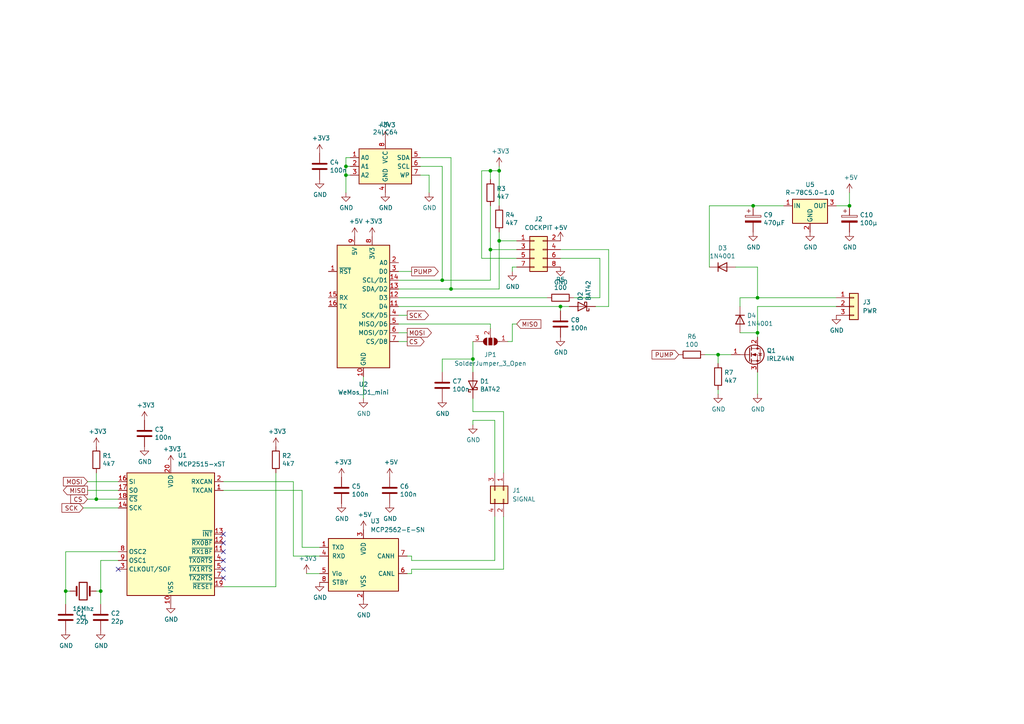
<source format=kicad_sch>
(kicad_sch (version 20211123) (generator eeschema)
  (paper "A4")
  (lib_symbols
    (symbol "Connector_Generic:Conn_01x03" (pin_names (offset 1.016) hide)
      (property "Reference" "J" (at 0 5.08 0))
      (property "Value" "Conn_01x03" (at 0 -5.08 0))
      (symbol "Conn_01x03_1_1"
        (rectangle (start -1.27 -2.413) (end 0 -2.667) (stroke (width 0.1524)))
        (rectangle (start -1.27 0.127) (end 0 -0.127) (stroke (width 0.1524)))
        (rectangle (start -1.27 2.667) (end 0 2.413) (stroke (width 0.1524)))
        (rectangle (start -1.27 3.81) (end 1.27 -3.81) (stroke (width 0.254)) (fill (type background)))
        (pin passive line (at -5.08 2.54 0) (length 3.81) (name "Pin_1") (number "1"))
        (pin passive line (at -5.08 0 0) (length 3.81) (name "Pin_2") (number "2"))
        (pin passive line (at -5.08 -2.54 0) (length 3.81) (name "Pin_3") (number "3"))
      )
    )
    (symbol "Connector_Generic:Conn_02x02_Odd_Even" (pin_names (offset 1.016) hide)
      (property "Reference" "J" (at 1.27 2.54 0))
      (property "Value" "Conn_02x02_Odd_Even" (at 1.27 -5.08 0))
      (symbol "Conn_02x02_Odd_Even_1_1"
        (rectangle (start -1.27 -2.413) (end 0 -2.667) (stroke (width 0.1524)))
        (rectangle (start -1.27 0.127) (end 0 -0.127) (stroke (width 0.1524)))
        (rectangle (start -1.27 1.27) (end 3.81 -3.81) (stroke (width 0.254)) (fill (type background)))
        (rectangle (start 3.81 -2.413) (end 2.54 -2.667) (stroke (width 0.1524)))
        (rectangle (start 3.81 0.127) (end 2.54 -0.127) (stroke (width 0.1524)))
        (pin passive line (at -5.08 0 0) (length 3.81) (name "Pin_1") (number "1"))
        (pin passive line (at 7.62 0 180) (length 3.81) (name "Pin_2") (number "2"))
        (pin passive line (at -5.08 -2.54 0) (length 3.81) (name "Pin_3") (number "3"))
        (pin passive line (at 7.62 -2.54 180) (length 3.81) (name "Pin_4") (number "4"))
      )
    )
    (symbol "Connector_Generic:Conn_02x04_Odd_Even" (pin_names (offset 1.016) hide)
      (property "Reference" "J" (at 1.27 5.08 0))
      (property "Value" "Conn_02x04_Odd_Even" (at 1.27 -7.62 0))
      (symbol "Conn_02x04_Odd_Even_1_1"
        (rectangle (start -1.27 -4.953) (end 0 -5.207) (stroke (width 0.1524)))
        (rectangle (start -1.27 -2.413) (end 0 -2.667) (stroke (width 0.1524)))
        (rectangle (start -1.27 0.127) (end 0 -0.127) (stroke (width 0.1524)))
        (rectangle (start -1.27 2.667) (end 0 2.413) (stroke (width 0.1524)))
        (rectangle (start -1.27 3.81) (end 3.81 -6.35) (stroke (width 0.254)) (fill (type background)))
        (rectangle (start 3.81 -4.953) (end 2.54 -5.207) (stroke (width 0.1524)))
        (rectangle (start 3.81 -2.413) (end 2.54 -2.667) (stroke (width 0.1524)))
        (rectangle (start 3.81 0.127) (end 2.54 -0.127) (stroke (width 0.1524)))
        (rectangle (start 3.81 2.667) (end 2.54 2.413) (stroke (width 0.1524)))
        (pin passive line (at -5.08 2.54 0) (length 3.81) (name "Pin_1") (number "1"))
        (pin passive line (at 7.62 2.54 180) (length 3.81) (name "Pin_2") (number "2"))
        (pin passive line (at -5.08 0 0) (length 3.81) (name "Pin_3") (number "3"))
        (pin passive line (at 7.62 0 180) (length 3.81) (name "Pin_4") (number "4"))
        (pin passive line (at -5.08 -2.54 0) (length 3.81) (name "Pin_5") (number "5"))
        (pin passive line (at 7.62 -2.54 180) (length 3.81) (name "Pin_6") (number "6"))
        (pin passive line (at -5.08 -5.08 0) (length 3.81) (name "Pin_7") (number "7"))
        (pin passive line (at 7.62 -5.08 180) (length 3.81) (name "Pin_8") (number "8"))
      )
    )
    (symbol "Device:C" (pin_numbers hide) (pin_names (offset 0.254))
      (property "Reference" "C" (at 0.635 2.54 0))
      (property "Value" "C" (at 0.635 -2.54 0))
      (symbol "C_0_1"
        (polyline (pts (xy -2.032 -0.762) (xy 2.032 -0.762)) (stroke (width 0.508)))
        (polyline (pts (xy -2.032 0.762) (xy 2.032 0.762)) (stroke (width 0.508)))
      )
      (symbol "C_1_1"
        (pin passive line (at 0 3.81 270) (length 2.794) (name "~") (number "1"))
        (pin passive line (at 0 -3.81 90) (length 2.794) (name "~") (number "2"))
      )
    )
    (symbol "Device:CP" (pin_numbers hide) (pin_names (offset 0.254))
      (property "Reference" "C" (at 0.635 2.54 0))
      (property "Value" "Device_CP" (at 0.635 -2.54 0))
      (symbol "CP_0_1"
        (rectangle (start -2.286 0.508) (end 2.286 1.016))
        (polyline (pts (xy -1.778 2.286) (xy -0.762 2.286)))
        (polyline (pts (xy -1.27 2.794) (xy -1.27 1.778)))
        (rectangle (start 2.286 -0.508) (end -2.286 -1.016) (fill (type outline)))
      )
      (symbol "CP_1_1"
        (pin passive line (at 0 3.81 270) (length 2.794) (name "~") (number "1"))
        (pin passive line (at 0 -3.81 90) (length 2.794) (name "~") (number "2"))
      )
    )
    (symbol "Device:Crystal" (pin_numbers hide) (pin_names (offset 1.016) hide)
      (property "Reference" "Y1" (at 0 7.62 0))
      (property "Value" "16Mhz" (at 0 5.08 0))
      (symbol "Crystal_0_1"
        (rectangle (start -1.143 2.54) (end 1.143 -2.54) (stroke (width 0.3048)))
        (polyline (pts (xy -2.54 0) (xy -1.905 0)))
        (polyline (pts (xy -1.905 -1.27) (xy -1.905 1.27)) (stroke (width 0.508)))
        (polyline (pts (xy 1.905 -1.27) (xy 1.905 1.27)) (stroke (width 0.508)))
        (polyline (pts (xy 2.54 0) (xy 1.905 0)))
      )
      (symbol "Crystal_1_1"
        (pin passive line (at -3.81 0 0) (length 1.27) (name "1") (number "1"))
        (pin passive line (at 3.81 0 180) (length 1.27) (name "3") (number "3"))
      )
    )
    (symbol "Device:R" (pin_numbers hide) (pin_names (offset 0))
      (property "Reference" "R" (at 2.032 0 90))
      (property "Value" "R" (at 0 0 90))
      (symbol "R_0_1"
        (rectangle (start -1.016 -2.54) (end 1.016 2.54) (stroke (width 0.254)))
      )
      (symbol "R_1_1"
        (pin passive line (at 0 3.81 270) (length 1.27) (name "~") (number "1"))
        (pin passive line (at 0 -3.81 90) (length 1.27) (name "~") (number "2"))
      )
    )
    (symbol "Diode:1N4001" (pin_numbers hide) (pin_names (offset 1.016) hide)
      (property "Reference" "D" (at 0 2.54 0))
      (property "Value" "1N4001" (at 0 -2.54 0))
      (symbol "1N4001_0_1"
        (polyline (pts (xy -1.27 1.27) (xy -1.27 -1.27)) (stroke (width 0.254)))
        (polyline (pts (xy 1.27 0) (xy -1.27 0)))
        (polyline (pts (xy 1.27 1.27) (xy 1.27 -1.27) (xy -1.27 0) (xy 1.27 1.27)) (stroke (width 0.254)))
      )
      (symbol "1N4001_1_1"
        (pin passive line (at -3.81 0 0) (length 2.54) (name "K") (number "1"))
        (pin passive line (at 3.81 0 180) (length 2.54) (name "A") (number "2"))
      )
    )
    (symbol "Diode:BAT42" (pin_numbers hide) (pin_names (offset 1.016) hide)
      (property "Reference" "D" (at 0 2.54 0))
      (property "Value" "BAT42" (at 0 -2.54 0))
      (symbol "BAT42_0_1"
        (polyline (pts (xy 1.27 0) (xy -1.27 0)))
        (polyline (pts (xy 1.27 1.27) (xy 1.27 -1.27) (xy -1.27 0) (xy 1.27 1.27)) (stroke (width 0.254)))
        (polyline (pts (xy -1.905 0.635) (xy -1.905 1.27) (xy -1.27 1.27) (xy -1.27 -1.27) (xy -0.635 -1.27) (xy -0.635 -0.635)) (stroke (width 0.254)))
      )
      (symbol "BAT42_1_1"
        (pin passive line (at -3.81 0 0) (length 2.54) (name "K") (number "1"))
        (pin passive line (at 3.81 0 180) (length 2.54) (name "A") (number "2"))
      )
    )
    (symbol "Interface_CAN_LIN:MCP2515-xST"
      (property "Reference" "U" (at -10.16 19.685 0))
      (property "Value" "MCP2515-xST" (at 19.05 20.32 0))
      (symbol "MCP2515-xST_0_1"
        (rectangle (start -12.7 17.78) (end 12.7 -17.78) (stroke (width 0.254)) (fill (type background)))
      )
      (symbol "MCP2515-xST_1_1"
        (pin output line (at 15.24 12.7 180) (length 2.54) (name "TXCAN") (number "1"))
        (pin power_in line (at 0 -20.32 90) (length 2.54) (name "VSS") (number "10"))
        (pin output line (at 15.24 -5.08 180) (length 2.54) (name "~{RX1BF}") (number "11"))
        (pin output line (at 15.24 -2.54 180) (length 2.54) (name "~{RX0BF}") (number "12"))
        (pin output line (at 15.24 0 180) (length 2.54) (name "~{INT}") (number "13"))
        (pin input line (at -15.24 7.62 0) (length 2.54) (name "SCK") (number "14"))
        (pin no_connect line (at -12.7 -2.54 0) (length 2.54) hide (name "NC") (number "15"))
        (pin input line (at -15.24 15.24 0) (length 2.54) (name "SI") (number "16"))
        (pin output line (at -15.24 12.7 0) (length 2.54) (name "SO") (number "17"))
        (pin input line (at -15.24 10.16 0) (length 2.54) (name "~{CS}") (number "18"))
        (pin input line (at 15.24 -15.24 180) (length 2.54) (name "~{RESET}") (number "19"))
        (pin input line (at 15.24 15.24 180) (length 2.54) (name "RXCAN") (number "2"))
        (pin power_in line (at 0 20.32 270) (length 2.54) (name "VDD") (number "20"))
        (pin output line (at -15.24 -10.16 0) (length 2.54) (name "CLKOUT/SOF") (number "3"))
        (pin input line (at 15.24 -7.62 180) (length 2.54) (name "~{TX0RTS}") (number "4"))
        (pin input line (at 15.24 -10.16 180) (length 2.54) (name "~{TX1RTS}") (number "5"))
        (pin no_connect line (at -12.7 0 0) (length 2.54) hide (name "NC") (number "6"))
        (pin input line (at 15.24 -12.7 180) (length 2.54) (name "~{TX2RTS}") (number "7"))
        (pin output line (at -15.24 -5.08 0) (length 2.54) (name "OSC2") (number "8"))
        (pin input line (at -15.24 -7.62 0) (length 2.54) (name "OSC1") (number "9"))
      )
    )
    (symbol "Interface_CAN_LIN:MCP2562-E-SN" (pin_names (offset 1.016))
      (property "Reference" "U" (at -10.16 8.89 0))
      (property "Value" "MCP2562-E-SN" (at 2.54 8.89 0))
      (symbol "MCP2562-E-SN_0_1"
        (rectangle (start -10.16 7.62) (end 10.16 -7.62) (stroke (width 0.254)) (fill (type background)))
      )
      (symbol "MCP2562-E-SN_1_1"
        (pin input line (at -12.7 5.08 0) (length 2.54) (name "TXD") (number "1"))
        (pin power_in line (at 0 -10.16 90) (length 2.54) (name "VSS") (number "2"))
        (pin power_in line (at 0 10.16 270) (length 2.54) (name "VDD") (number "3"))
        (pin output line (at -12.7 2.54 0) (length 2.54) (name "RXD") (number "4"))
        (pin power_in line (at -12.7 -2.54 0) (length 2.54) (name "Vio") (number "5"))
        (pin bidirectional line (at 12.7 -2.54 180) (length 2.54) (name "CANL") (number "6"))
        (pin bidirectional line (at 12.7 2.54 180) (length 2.54) (name "CANH") (number "7"))
        (pin input line (at -12.7 -5.08 0) (length 2.54) (name "STBY") (number "8"))
      )
    )
    (symbol "Jumper:SolderJumper_3_Open" (pin_names (offset 0) hide)
      (property "Reference" "JP" (at -2.54 -2.54 0))
      (property "Value" "SolderJumper_3_Open" (at 0 2.794 0))
      (symbol "SolderJumper_3_Open_0_1"
        (arc (start -1.016 1.016) (mid -2.032 0) (end -1.016 -1.016))
        (arc (start -1.016 1.016) (mid -2.032 0) (end -1.016 -1.016) (fill (type outline)))
        (rectangle (start -0.508 1.016) (end 0.508 -1.016) (fill (type outline)))
        (polyline (pts (xy -2.54 0) (xy -2.032 0)))
        (polyline (pts (xy -1.016 1.016) (xy -1.016 -1.016)))
        (polyline (pts (xy 0 -1.27) (xy 0 -1.016)))
        (polyline (pts (xy 1.016 1.016) (xy 1.016 -1.016)))
        (polyline (pts (xy 2.54 0) (xy 2.032 0)))
        (arc (start 1.016 -1.016) (mid 2.032 0) (end 1.016 1.016))
        (arc (start 1.016 -1.016) (mid 2.032 0) (end 1.016 1.016) (fill (type outline)))
      )
      (symbol "SolderJumper_3_Open_1_1"
        (pin passive line (at -5.08 0 0) (length 2.54) (name "A") (number "1"))
        (pin input line (at 0 -3.81 90) (length 2.54) (name "C") (number "2"))
        (pin passive line (at 5.08 0 180) (length 2.54) (name "B") (number "3"))
      )
    )
    (symbol "MCU_Module:WeMos_D1_mini"
      (property "Reference" "U" (at 3.81 19.05 0))
      (property "Value" "WeMos_D1_mini" (at 1.27 -19.05 0))
      (symbol "WeMos_D1_mini_1_1"
        (rectangle (start -7.62 17.78) (end 7.62 -17.78) (stroke (width 0.254)) (fill (type background)))
        (pin input line (at -10.16 10.16 0) (length 2.54) (name "~{RST}") (number "1"))
        (pin power_in line (at 0 -20.32 90) (length 2.54) (name "GND") (number "10"))
        (pin bidirectional line (at 10.16 0 180) (length 2.54) (name "D4") (number "11"))
        (pin bidirectional line (at 10.16 2.54 180) (length 2.54) (name "D3") (number "12"))
        (pin bidirectional line (at 10.16 5.08 180) (length 2.54) (name "SDA/D2") (number "13"))
        (pin bidirectional line (at 10.16 7.62 180) (length 2.54) (name "SCL/D1") (number "14"))
        (pin input line (at -10.16 2.54 0) (length 2.54) (name "RX") (number "15"))
        (pin output line (at -10.16 0 0) (length 2.54) (name "TX") (number "16"))
        (pin input line (at 10.16 12.7 180) (length 2.54) (name "A0") (number "2"))
        (pin bidirectional line (at 10.16 10.16 180) (length 2.54) (name "D0") (number "3"))
        (pin bidirectional line (at 10.16 -2.54 180) (length 2.54) (name "SCK/D5") (number "4"))
        (pin bidirectional line (at 10.16 -5.08 180) (length 2.54) (name "MISO/D6") (number "5"))
        (pin bidirectional line (at 10.16 -7.62 180) (length 2.54) (name "MOSI/D7") (number "6"))
        (pin bidirectional line (at 10.16 -10.16 180) (length 2.54) (name "CS/D8") (number "7"))
        (pin power_out line (at 2.54 20.32 270) (length 2.54) (name "3V3") (number "8"))
        (pin power_in line (at -2.54 20.32 270) (length 2.54) (name "5V") (number "9"))
      )
    )
    (symbol "Memory_EEPROM:24LC64"
      (property "Reference" "U" (at -6.35 6.35 0))
      (property "Value" "24LC64" (at 1.27 6.35 0))
      (symbol "24LC64_1_1"
        (rectangle (start -7.62 5.08) (end 7.62 -5.08) (stroke (width 0.254)) (fill (type background)))
        (pin input line (at -10.16 2.54 0) (length 2.54) (name "A0") (number "1"))
        (pin input line (at -10.16 0 0) (length 2.54) (name "A1") (number "2"))
        (pin input line (at -10.16 -2.54 0) (length 2.54) (name "A2") (number "3"))
        (pin power_in line (at 0 -7.62 90) (length 2.54) (name "GND") (number "4"))
        (pin bidirectional line (at 10.16 2.54 180) (length 2.54) (name "SDA") (number "5"))
        (pin input line (at 10.16 0 180) (length 2.54) (name "SCL") (number "6"))
        (pin input line (at 10.16 -2.54 180) (length 2.54) (name "WP") (number "7"))
        (pin power_in line (at 0 7.62 270) (length 2.54) (name "VCC") (number "8"))
      )
    )
    (symbol "Regulator_Switching:R-78C5.0-1.0" (pin_names (offset 0.254))
      (property "Reference" "U" (at -3.81 3.175 0))
      (property "Value" "R-78C5.0-1.0" (at 0 3.175 0))
      (symbol "R-78C5.0-1.0_0_1"
        (rectangle (start -5.08 1.905) (end 5.08 -5.08) (stroke (width 0.254)) (fill (type background)))
      )
      (symbol "R-78C5.0-1.0_1_1"
        (pin power_in line (at -7.62 0 0) (length 2.54) (name "IN") (number "1"))
        (pin power_in line (at 0 -7.62 90) (length 2.54) (name "GND") (number "2"))
        (pin power_out line (at 7.62 0 180) (length 2.54) (name "OUT") (number "3"))
      )
    )
    (symbol "Transistor_FET:IRLZ44N" (pin_names hide)
      (property "Reference" "Q" (at 6.35 1.905 0))
      (property "Value" "IRLZ44N" (at 6.35 0 0))
      (symbol "IRLZ44N_0_1"
        (polyline (pts (xy 0.254 0) (xy -2.54 0)))
        (polyline (pts (xy 0.254 1.905) (xy 0.254 -1.905)) (stroke (width 0.254)))
        (polyline (pts (xy 0.762 -1.27) (xy 0.762 -2.286)) (stroke (width 0.254)))
        (polyline (pts (xy 0.762 0.508) (xy 0.762 -0.508)) (stroke (width 0.254)))
        (polyline (pts (xy 0.762 2.286) (xy 0.762 1.27)) (stroke (width 0.254)))
        (polyline (pts (xy 2.54 2.54) (xy 2.54 1.778)))
        (polyline (pts (xy 2.54 -2.54) (xy 2.54 0) (xy 0.762 0)))
        (polyline (pts (xy 0.762 -1.778) (xy 3.302 -1.778) (xy 3.302 1.778) (xy 0.762 1.778)))
        (polyline (pts (xy 1.016 0) (xy 2.032 0.381) (xy 2.032 -0.381) (xy 1.016 0)) (fill (type outline)))
        (polyline (pts (xy 2.794 0.508) (xy 2.921 0.381) (xy 3.683 0.381) (xy 3.81 0.254)))
        (polyline (pts (xy 3.302 0.381) (xy 2.921 -0.254) (xy 3.683 -0.254) (xy 3.302 0.381)))
        (circle (center 1.651 0) (radius 2.794) (stroke (width 0.254)))
        (circle (center 2.54 -1.778) (radius 0.254) (fill (type outline)))
        (circle (center 2.54 1.778) (radius 0.254) (fill (type outline)))
      )
      (symbol "IRLZ44N_1_1"
        (pin input line (at -5.08 0 0) (length 2.54) (name "G") (number "1"))
        (pin passive line (at 2.54 5.08 270) (length 2.54) (name "D") (number "2"))
        (pin passive line (at 2.54 -5.08 90) (length 2.54) (name "S") (number "3"))
      )
    )
    (symbol "power:+3.3V" (power) (pin_names (offset 0))
      (property "Value" "+3.3V" (at 0 3.556 0))
      (symbol "+3.3V_0_1"
        (polyline (pts (xy -0.762 1.27) (xy 0 2.54)))
        (polyline (pts (xy 0 0) (xy 0 2.54)))
        (polyline (pts (xy 0 2.54) (xy 0.762 1.27)))
      )
      (symbol "+3.3V_1_1"
        (pin power_in line (at 0 0 90) (length 0) hide (name "+3V3") (number "1"))
      )
    )
    (symbol "power:+5V" (power) (pin_names (offset 0))
      (property "Value" "+5V" (at 0 3.556 0))
      (symbol "+5V_0_1"
        (polyline (pts (xy -0.762 1.27) (xy 0 2.54)))
        (polyline (pts (xy 0 0) (xy 0 2.54)))
        (polyline (pts (xy 0 2.54) (xy 0.762 1.27)))
      )
      (symbol "+5V_1_1"
        (pin power_in line (at 0 0 90) (length 0) hide (name "+5V") (number "1"))
      )
    )
    (symbol "power:GND" (power) (pin_names (offset 0))
      (property "Value" "GND" (at 0 -3.81 0))
      (symbol "GND_0_1"
        (polyline (pts (xy 0 0) (xy 0 -1.27) (xy 1.27 -1.27) (xy 0 -2.54) (xy -1.27 -1.27) (xy 0 -1.27)))
      )
      (symbol "GND_1_1"
        (pin power_in line (at 0 0 270) (length 0) hide (name "GND") (number "1"))
      )
    )
  )
  (junction (at 142.24 72.39))
  (junction (at 208.28 102.87))
  (junction (at 137.16 104.14))
  (junction (at 144.78 49.53))
  (junction (at 144.78 69.85))
  (junction (at 219.71 96.52))
  (junction (at 130.81 83.82))
  (junction (at 29.21 171.45))
  (junction (at 100.33 48.26))
  (junction (at 162.56 88.9))
  (junction (at 246.38 59.69))
  (junction (at 128.27 81.28))
  (junction (at 219.71 86.36))
  (junction (at 27.94 144.78))
  (junction (at 19.05 171.45))
  (junction (at 218.44 59.69))
  (junction (at 142.24 49.53))
  (junction (at 100.33 50.8))
  (no_connect (at 64.77 167.64))
  (no_connect (at 64.77 165.1))
  (no_connect (at 64.77 162.56))
  (no_connect (at 64.77 160.02))
  (no_connect (at 64.77 157.48))
  (no_connect (at 64.77 154.94))
  (no_connect (at 34.29 165.1))
  (wire (pts (xy 139.7 49.53) (xy 142.24 49.53)))
  (wire (pts (xy 19.05 171.45) (xy 19.05 160.02)))
  (wire (pts (xy 149.86 77.47) (xy 148.59 77.47)))
  (wire (pts (xy 162.56 88.9) (xy 165.1 88.9)))
  (wire (pts (xy 105.41 115.57) (xy 105.41 109.22)))
  (wire (pts (xy 115.57 81.28) (xy 128.27 81.28)))
  (wire (pts (xy 205.74 59.69) (xy 205.74 77.47)))
  (wire (pts (xy 115.57 83.82) (xy 130.81 83.82)))
  (wire (pts (xy 100.33 45.72) (xy 100.33 48.26)))
  (wire (pts (xy 27.94 144.78) (xy 27.94 137.16)))
  (wire (pts (xy 162.56 74.93) (xy 173.99 74.93)))
  (wire (pts (xy 24.13 147.32) (xy 34.29 147.32)))
  (wire (pts (xy 149.86 93.98) (xy 148.59 93.98)))
  (wire (pts (xy 128.27 81.28) (xy 142.24 81.28)))
  (wire (pts (xy 219.71 88.9) (xy 219.71 96.52)))
  (wire (pts (xy 101.6 48.26) (xy 100.33 48.26)))
  (wire (pts (xy 87.63 142.24) (xy 87.63 158.75)))
  (wire (pts (xy 166.37 86.36) (xy 173.99 86.36)))
  (wire (pts (xy 143.51 121.92) (xy 143.51 137.16)))
  (wire (pts (xy 219.71 86.36) (xy 242.57 86.36)))
  (wire (pts (xy 85.09 161.29) (xy 92.71 161.29)))
  (wire (pts (xy 100.33 50.8) (xy 100.33 55.88)))
  (wire (pts (xy 19.05 171.45) (xy 20.32 171.45)))
  (wire (pts (xy 85.09 161.29) (xy 85.09 139.7)))
  (wire (pts (xy 142.24 93.98) (xy 142.24 95.25)))
  (wire (pts (xy 162.56 72.39) (xy 176.53 72.39)))
  (wire (pts (xy 137.16 99.06) (xy 137.16 104.14)))
  (wire (pts (xy 204.47 102.87) (xy 208.28 102.87)))
  (wire (pts (xy 119.38 166.37) (xy 119.38 165.1)))
  (wire (pts (xy 142.24 59.69) (xy 142.24 72.39)))
  (wire (pts (xy 64.77 142.24) (xy 87.63 142.24)))
  (wire (pts (xy 128.27 107.95) (xy 128.27 104.14)))
  (wire (pts (xy 119.38 162.56) (xy 143.51 162.56)))
  (wire (pts (xy 144.78 69.85) (xy 149.86 69.85)))
  (wire (pts (xy 115.57 88.9) (xy 162.56 88.9)))
  (wire (pts (xy 121.92 50.8) (xy 124.46 50.8)))
  (wire (pts (xy 34.29 144.78) (xy 27.94 144.78)))
  (wire (pts (xy 143.51 162.56) (xy 143.51 149.86)))
  (wire (pts (xy 142.24 72.39) (xy 149.86 72.39)))
  (wire (pts (xy 25.4 144.78) (xy 27.94 144.78)))
  (wire (pts (xy 219.71 88.9) (xy 242.57 88.9)))
  (wire (pts (xy 142.24 49.53) (xy 142.24 52.07)))
  (wire (pts (xy 128.27 48.26) (xy 128.27 81.28)))
  (wire (pts (xy 29.21 171.45) (xy 29.21 162.56)))
  (wire (pts (xy 64.77 170.18) (xy 80.01 170.18)))
  (wire (pts (xy 101.6 45.72) (xy 100.33 45.72)))
  (wire (pts (xy 137.16 119.38) (xy 146.05 119.38)))
  (wire (pts (xy 162.56 88.9) (xy 162.56 90.17)))
  (wire (pts (xy 246.38 59.69) (xy 246.38 55.88)))
  (wire (pts (xy 208.28 102.87) (xy 212.09 102.87)))
  (wire (pts (xy 139.7 74.93) (xy 139.7 49.53)))
  (wire (pts (xy 25.4 139.7) (xy 34.29 139.7)))
  (wire (pts (xy 219.71 114.3) (xy 219.71 107.95)))
  (wire (pts (xy 142.24 49.53) (xy 144.78 49.53)))
  (wire (pts (xy 172.72 88.9) (xy 176.53 88.9)))
  (wire (pts (xy 214.63 86.36) (xy 214.63 88.9)))
  (wire (pts (xy 121.92 48.26) (xy 128.27 48.26)))
  (wire (pts (xy 144.78 49.53) (xy 144.78 48.26)))
  (wire (pts (xy 219.71 97.79) (xy 219.71 96.52)))
  (wire (pts (xy 118.11 166.37) (xy 119.38 166.37)))
  (wire (pts (xy 124.46 50.8) (xy 124.46 55.88)))
  (wire (pts (xy 119.38 162.56) (xy 119.38 161.29)))
  (wire (pts (xy 176.53 72.39) (xy 176.53 88.9)))
  (wire (pts (xy 173.99 74.93) (xy 173.99 86.36)))
  (wire (pts (xy 146.05 119.38) (xy 146.05 137.16)))
  (wire (pts (xy 119.38 165.1) (xy 146.05 165.1)))
  (wire (pts (xy 118.11 161.29) (xy 119.38 161.29)))
  (wire (pts (xy 205.74 59.69) (xy 218.44 59.69)))
  (wire (pts (xy 115.57 93.98) (xy 142.24 93.98)))
  (wire (pts (xy 115.57 86.36) (xy 158.75 86.36)))
  (wire (pts (xy 100.33 48.26) (xy 100.33 50.8)))
  (wire (pts (xy 146.05 165.1) (xy 146.05 149.86)))
  (wire (pts (xy 128.27 104.14) (xy 137.16 104.14)))
  (wire (pts (xy 27.94 171.45) (xy 29.21 171.45)))
  (wire (pts (xy 115.57 91.44) (xy 118.11 91.44)))
  (wire (pts (xy 219.71 86.36) (xy 219.71 77.47)))
  (wire (pts (xy 115.57 96.52) (xy 118.11 96.52)))
  (wire (pts (xy 208.28 114.3) (xy 208.28 113.03)))
  (wire (pts (xy 29.21 162.56) (xy 34.29 162.56)))
  (wire (pts (xy 25.4 142.24) (xy 34.29 142.24)))
  (wire (pts (xy 115.57 78.74) (xy 119.38 78.74)))
  (wire (pts (xy 144.78 67.31) (xy 144.78 69.85)))
  (wire (pts (xy 144.78 83.82) (xy 144.78 69.85)))
  (wire (pts (xy 219.71 86.36) (xy 214.63 86.36)))
  (wire (pts (xy 137.16 119.38) (xy 137.16 115.57)))
  (wire (pts (xy 19.05 175.26) (xy 19.05 171.45)))
  (wire (pts (xy 88.9 166.37) (xy 92.71 166.37)))
  (wire (pts (xy 214.63 96.52) (xy 219.71 96.52)))
  (wire (pts (xy 148.59 77.47) (xy 148.59 78.74)))
  (wire (pts (xy 115.57 99.06) (xy 118.11 99.06)))
  (wire (pts (xy 137.16 121.92) (xy 143.51 121.92)))
  (wire (pts (xy 213.36 77.47) (xy 219.71 77.47)))
  (wire (pts (xy 130.81 83.82) (xy 144.78 83.82)))
  (wire (pts (xy 148.59 93.98) (xy 148.59 99.06)))
  (wire (pts (xy 101.6 50.8) (xy 100.33 50.8)))
  (wire (pts (xy 29.21 175.26) (xy 29.21 171.45)))
  (wire (pts (xy 147.32 99.06) (xy 148.59 99.06)))
  (wire (pts (xy 87.63 158.75) (xy 92.71 158.75)))
  (wire (pts (xy 121.92 45.72) (xy 130.81 45.72)))
  (wire (pts (xy 208.28 105.41) (xy 208.28 102.87)))
  (wire (pts (xy 142.24 81.28) (xy 142.24 72.39)))
  (wire (pts (xy 19.05 160.02) (xy 34.29 160.02)))
  (wire (pts (xy 64.77 139.7) (xy 85.09 139.7)))
  (wire (pts (xy 242.57 59.69) (xy 246.38 59.69)))
  (wire (pts (xy 144.78 59.69) (xy 144.78 49.53)))
  (wire (pts (xy 149.86 74.93) (xy 139.7 74.93)))
  (wire (pts (xy 130.81 45.72) (xy 130.81 83.82)))
  (wire (pts (xy 80.01 170.18) (xy 80.01 137.16)))
  (wire (pts (xy 137.16 123.19) (xy 137.16 121.92)))
  (wire (pts (xy 137.16 107.95) (xy 137.16 104.14)))
  (wire (pts (xy 218.44 59.69) (xy 227.33 59.69)))
  (global_label "MOSI" (shape output) (at 118.11 96.52 0) (property "Intersheet References" "${INTERSHEET_REFS}" (effects hide)))
  (global_label "SCK" (shape input) (at 24.13 147.32 180) (property "Intersheet References" "${INTERSHEET_REFS}" (effects hide)))
  (global_label "CS" (shape output) (at 118.11 99.06 0) (property "Intersheet References" "${INTERSHEET_REFS}" (effects hide)))
  (global_label "SCK" (shape output) (at 118.11 91.44 0) (property "Intersheet References" "${INTERSHEET_REFS}" (effects hide)))
  (global_label "PUMP" (shape output) (at 119.38 78.74 0) (property "Intersheet References" "${INTERSHEET_REFS}" (effects hide)))
  (global_label "PUMP" (shape input) (at 196.85 102.87 180) (property "Intersheet References" "${INTERSHEET_REFS}" (effects hide)))
  (global_label "MOSI" (shape input) (at 25.4 139.7 180) (property "Intersheet References" "${INTERSHEET_REFS}" (effects hide)))
  (global_label "CS" (shape input) (at 25.4 144.78 180) (property "Intersheet References" "${INTERSHEET_REFS}" (effects hide)))
  (global_label "MISO" (shape input) (at 149.86 93.98 0) (property "Intersheet References" "${INTERSHEET_REFS}" (effects hide)))
  (global_label "MISO" (shape output) (at 25.4 142.24 180) (property "Intersheet References" "${INTERSHEET_REFS}" (effects hide)))
  (symbol (lib_id "MCU_Module:WeMos_D1_mini") (at 105.41 88.9 0) (unit 1)
    (property "Reference" "U2" (at 105.41 111.4806 0))
    (property "Value" "WeMos_D1_mini" (at 105.41 113.792 0))
    (property "Footprint" "Module:WEMOS_D1_mini_light" (effects hide))
    (property "Datasheet" "https://wiki.wemos.cc/products:d1:d1_mini#documentation" (effects hide))
  )
  (symbol (lib_id "Transistor_FET:IRLZ44N") (at 217.17 102.87 0) (unit 1)
    (property "Reference" "Q1" (at 222.3516 101.7016 0) (effects (justify left)))
    (property "Value" "IRLZ44N" (at 222.3516 104.013 0) (effects (justify left)))
    (property "Footprint" "Package_TO_SOT_THT:TO-220-3_Vertical" (effects hide))
    (property "Datasheet" "http://www.irf.com/product-info/datasheets/data/irlz44n.pdf" (effects hide))
  )
  (symbol (lib_id "Device:R") (at 208.28 109.22 0) (unit 1)
    (property "Reference" "R7" (at 210.058 108.0516 0) (effects (justify left)))
    (property "Value" "4k7" (at 210.058 110.363 0) (effects (justify left)))
    (property "Footprint" "Resistor_SMD:R_0805_2012Metric_Pad1.20x1.40mm_HandSolder" (effects hide))
  )
  (symbol (lib_id "Device:R") (at 200.66 102.87 270) (unit 1)
    (property "Reference" "R6" (at 200.66 97.6122 90))
    (property "Value" "100" (at 200.66 99.9236 90))
    (property "Footprint" "Resistor_SMD:R_0805_2012Metric_Pad1.20x1.40mm_HandSolder" (effects hide))
  )
  (symbol (lib_id "power:GND") (at 208.28 114.3 0) (unit 1)
    (property "Reference" "#PWR033" (effects hide))
    (property "Value" "GND" (at 208.407 118.6942 0))
  )
  (symbol (lib_id "power:GND") (at 219.71 114.3 0) (unit 1)
    (property "Reference" "#PWR035" (effects hide))
    (property "Value" "GND" (at 219.837 118.6942 0))
  )
  (symbol (lib_id "power:GND") (at 105.41 115.57 0) (unit 1)
    (property "Reference" "#PWR017" (effects hide))
    (property "Value" "GND" (at 105.537 119.9642 0))
  )
  (symbol (lib_id "power:GND") (at 242.57 91.44 0) (unit 1)
    (property "Reference" "#PWR036" (effects hide))
    (property "Value" "GND" (at 242.697 95.8342 0))
  )
  (symbol (lib_id "power:GND") (at 234.95 67.31 0) (unit 1)
    (property "Reference" "#PWR037" (effects hide))
    (property "Value" "GND" (at 235.077 71.7042 0))
  )
  (symbol (lib_id "power:+3.3V") (at 107.95 68.58 0) (unit 1)
    (property "Reference" "#PWR020" (effects hide))
    (property "Value" "+3.3V" (at 108.331 64.1858 0))
  )
  (symbol (lib_id "Regulator_Switching:R-78C5.0-1.0") (at 234.95 59.69 0) (unit 1)
    (property "Reference" "U5" (at 234.95 53.5432 0))
    (property "Value" "R-78C5.0-1.0" (at 234.95 55.8546 0))
    (property "Footprint" "Converter_DCDC:Converter_DCDC_RECOM_R-78E-0.5_THT" (effects hide))
    (property "Datasheet" "https://www.recom-power.com/pdf/Innoline/R-78Cxx-1.0.pdf" (effects hide))
  )
  (symbol (lib_id "power:+5V") (at 102.87 68.58 0) (unit 1)
    (property "Reference" "#PWR016" (effects hide))
    (property "Value" "+5V" (at 103.251 64.1858 0))
  )
  (symbol (lib_id "power:+5V") (at 246.38 55.88 0) (unit 1)
    (property "Reference" "#PWR038" (effects hide))
    (property "Value" "+5V" (at 246.761 51.4858 0))
  )
  (symbol (lib_id "Diode:BAT42") (at 137.16 111.76 90) (unit 1)
    (property "Reference" "D1" (at 139.192 110.5916 90) (effects (justify right)))
    (property "Value" "BAT42" (at 139.192 112.903 90) (effects (justify right)))
    (property "Footprint" "Diode_SMD:D_SOD-123" (effects hide))
    (property "Datasheet" "http://www.vishay.com/docs/85660/bat42.pdf" (effects hide))
    (property "Reichelt Order No." "BAT 42" (effects hide))
  )
  (symbol (lib_id "Device:C") (at 162.56 93.98 0) (unit 1)
    (property "Reference" "C8" (at 165.481 92.8116 0) (effects (justify left)))
    (property "Value" "100n" (at 165.481 95.123 0) (effects (justify left)))
    (property "Footprint" "Capacitor_SMD:C_0805_2012Metric_Pad1.18x1.45mm_HandSolder" (effects hide))
  )
  (symbol (lib_id "Device:C") (at 128.27 111.76 0) (unit 1)
    (property "Reference" "C7" (at 131.191 110.5916 0) (effects (justify left)))
    (property "Value" "100n" (at 131.191 112.903 0) (effects (justify left)))
    (property "Footprint" "Capacitor_SMD:C_0805_2012Metric_Pad1.18x1.45mm_HandSolder" (effects hide))
  )
  (symbol (lib_id "power:GND") (at 128.27 115.57 0) (unit 1)
    (property "Reference" "#PWR026" (effects hide))
    (property "Value" "GND" (at 128.397 119.9642 0))
  )
  (symbol (lib_id "power:GND") (at 162.56 97.79 0) (unit 1)
    (property "Reference" "#PWR032" (effects hide))
    (property "Value" "GND" (at 162.687 102.1842 0))
  )
  (symbol (lib_id "Diode:BAT42") (at 168.91 88.9 180) (unit 1)
    (property "Reference" "D2" (at 168.3258 87.249 90) (effects (justify right)))
    (property "Value" "BAT42" (at 170.6372 87.249 90) (effects (justify right)))
    (property "Footprint" "Diode_SMD:D_SOD-123" (effects hide))
    (property "Datasheet" "http://www.vishay.com/docs/85660/bat42.pdf" (effects hide))
    (property "Reichelt Order No." "BAT 42" (effects hide))
  )
  (symbol (lib_id "Diode:1N4001") (at 209.55 77.47 0) (unit 1)
    (property "Reference" "D3" (at 209.55 71.9582 0))
    (property "Value" "1N4001" (at 209.55 74.2696 0))
    (property "Footprint" "Diode_THT:D_DO-35_SOD27_P7.62mm_Horizontal" (effects hide))
    (property "Datasheet" "http://www.vishay.com/docs/88503/1n4001.pdf" (effects hide))
  )
  (symbol (lib_id "Device:CP") (at 218.44 63.5 0) (unit 1)
    (property "Reference" "C9" (at 221.4372 62.3316 0) (effects (justify left)))
    (property "Value" "470µF" (at 221.4372 64.643 0) (effects (justify left)))
    (property "Footprint" "Capacitor_SMD:CP_Elec_8x10" (effects hide))
    (property "Reichelt Order No." "ECC MZS350ARA471" (effects hide))
  )
  (symbol (lib_id "power:GND") (at 218.44 67.31 0) (unit 1)
    (property "Reference" "#PWR034" (effects hide))
    (property "Value" "GND" (at 218.567 71.7042 0))
  )
  (symbol (lib_id "Device:CP") (at 246.38 63.5 0) (unit 1)
    (property "Reference" "C10" (at 249.3772 62.3316 0) (effects (justify left)))
    (property "Value" "100µ" (at 249.3772 64.643 0) (effects (justify left)))
    (property "Footprint" "Capacitor_SMD:CP_Elec_6.3x7.7" (effects hide))
    (property "Reichelt Order No." "ECC HXE250ARA101" (effects hide))
  )
  (symbol (lib_id "power:GND") (at 246.38 67.31 0) (unit 1)
    (property "Reference" "#PWR039" (effects hide))
    (property "Value" "GND" (at 246.507 71.7042 0))
  )
  (symbol (lib_id "power:GND") (at 162.56 77.47 0) (unit 1)
    (property "Reference" "#PWR031" (effects hide))
    (property "Value" "GND" (at 162.687 81.8642 0))
  )
  (symbol (lib_id "power:+5V") (at 162.56 69.85 0) (unit 1)
    (property "Reference" "#PWR030" (effects hide))
    (property "Value" "+5V" (at 162.56 66.04 0))
  )
  (symbol (lib_id "Device:R") (at 162.56 86.36 270) (unit 1)
    (property "Reference" "R5" (at 162.56 81.1022 90))
    (property "Value" "100" (at 162.56 83.4136 90))
    (property "Footprint" "Resistor_SMD:R_0805_2012Metric_Pad1.20x1.40mm_HandSolder" (effects hide))
  )
  (symbol (lib_id "Diode:1N4001") (at 214.63 92.71 270) (unit 1)
    (property "Reference" "D4" (at 216.662 91.5416 90) (effects (justify left)))
    (property "Value" "1N4001" (at 216.662 93.853 90) (effects (justify left)))
    (property "Footprint" "Diode_THT:D_DO-35_SOD27_P7.62mm_Horizontal" (effects hide))
    (property "Datasheet" "http://www.vishay.com/docs/88503/1n4001.pdf" (effects hide))
  )
  (symbol (lib_id "power:GND") (at 137.16 123.19 0) (unit 1)
    (property "Reference" "#PWR027" (effects hide))
    (property "Value" "GND" (at 137.287 127.5842 0))
  )
  (symbol (lib_id "Memory_EEPROM:24LC64") (at 111.76 48.26 0) (unit 1)
    (property "Reference" "U4" (at 111.76 36.0426 0))
    (property "Value" "24LC64" (at 111.76 38.354 0))
    (property "Footprint" "Package_SO:SOIC-8_3.9x4.9mm_P1.27mm" (effects hide))
    (property "Datasheet" "http://ww1.microchip.com/downloads/en/DeviceDoc/21189f.pdf" (effects hide))
  )
  (symbol (lib_id "power:+3.3V") (at 111.76 40.64 0) (unit 1)
    (property "Reference" "#PWR021" (effects hide))
    (property "Value" "+3.3V" (at 112.141 36.2458 0))
  )
  (symbol (lib_id "power:GND") (at 111.76 55.88 0) (unit 1)
    (property "Reference" "#PWR022" (effects hide))
    (property "Value" "GND" (at 111.887 60.2742 0))
  )
  (symbol (lib_id "power:GND") (at 100.33 55.88 0) (unit 1)
    (property "Reference" "#PWR015" (effects hide))
    (property "Value" "GND" (at 100.457 60.2742 0))
  )
  (symbol (lib_id "Device:C") (at 92.71 48.26 0) (unit 1)
    (property "Reference" "C4" (at 95.631 47.0916 0) (effects (justify left)))
    (property "Value" "100n" (at 95.631 49.403 0) (effects (justify left)))
    (property "Footprint" "Capacitor_SMD:C_0805_2012Metric_Pad1.18x1.45mm_HandSolder" (effects hide))
  )
  (symbol (lib_id "power:GND") (at 92.71 52.07 0) (unit 1)
    (property "Reference" "#PWR011" (effects hide))
    (property "Value" "GND" (at 92.837 56.4642 0))
  )
  (symbol (lib_id "power:+3.3V") (at 92.71 44.45 0) (unit 1)
    (property "Reference" "#PWR010" (effects hide))
    (property "Value" "+3.3V" (at 93.091 40.0558 0))
  )
  (symbol (lib_id "power:GND") (at 124.46 55.88 0) (unit 1)
    (property "Reference" "#PWR025" (effects hide))
    (property "Value" "GND" (at 124.587 60.2742 0))
  )
  (symbol (lib_id "power:+3.3V") (at 144.78 48.26 0) (unit 1)
    (property "Reference" "#PWR028" (effects hide))
    (property "Value" "+3.3V" (at 145.161 43.8658 0))
  )
  (symbol (lib_id "power:GND") (at 148.59 78.74 0) (unit 1)
    (property "Reference" "#PWR029" (effects hide))
    (property "Value" "GND" (at 148.717 83.1342 0))
  )
  (symbol (lib_id "Device:R") (at 142.24 55.88 180) (unit 1)
    (property "Reference" "R3" (at 144.018 54.7116 0) (effects (justify right)))
    (property "Value" "4k7" (at 144.018 57.023 0) (effects (justify right)))
    (property "Footprint" "Resistor_SMD:R_0805_2012Metric_Pad1.20x1.40mm_HandSolder" (effects hide))
  )
  (symbol (lib_id "Device:R") (at 144.78 63.5 180) (unit 1)
    (property "Reference" "R4" (at 146.558 62.3316 0) (effects (justify right)))
    (property "Value" "4k7" (at 146.558 64.643 0) (effects (justify right)))
    (property "Footprint" "Resistor_SMD:R_0805_2012Metric_Pad1.20x1.40mm_HandSolder" (effects hide))
  )
  (symbol (lib_id "Device:Crystal") (at 24.13 171.45 180) (unit 1)
    (property "Reference" "Y1" (at 24.13 179.07 0))
    (property "Value" "16Mhz" (at 24.13 176.53 0))
    (property "Footprint" "Crystal:Crystal_SMD_EuroQuartz_X22-4Pin_2.5x2.0mm_HandSoldering" (effects hide))
  )
  (symbol (lib_id "power:+3.3V") (at 88.9 166.37 0) (unit 1)
    (property "Reference" "#PWR09" (effects hide))
    (property "Value" "+3.3V" (at 89.281 161.9758 0))
  )
  (symbol (lib_id "Connector_Generic:Conn_02x04_Odd_Even") (at 154.94 72.39 0) (unit 1)
    (property "Reference" "J2" (at 156.21 63.5 0))
    (property "Value" "COCKPIT" (at 156.21 66.04 0))
    (property "Footprint" "Connector_PinHeader_2.54mm:PinHeader_2x04_P2.54mm_Horizontal" (effects hide))
  )
  (symbol (lib_id "Device:C") (at 19.05 179.07 0) (unit 1)
    (property "Reference" "C1" (at 21.971 177.9016 0) (effects (justify left)))
    (property "Value" "22p" (at 21.971 180.213 0) (effects (justify left)))
    (property "Footprint" "Capacitor_SMD:C_0805_2012Metric_Pad1.18x1.45mm_HandSolder" (effects hide))
  )
  (symbol (lib_id "Connector_Generic:Conn_02x02_Odd_Even") (at 146.05 142.24 270) (unit 1)
    (property "Reference" "J1" (at 148.59 142.2399 90) (effects (justify left)))
    (property "Value" "SIGNAL" (at 148.59 144.7799 90) (effects (justify left)))
    (property "Footprint" "Connector_PinHeader_2.54mm:PinHeader_2x02_P2.54mm_Horizontal" (effects hide))
  )
  (symbol (lib_id "power:+3.3V") (at 27.94 129.54 0) (unit 1)
    (property "Reference" "#PWR02" (effects hide))
    (property "Value" "+3.3V" (at 28.321 125.1458 0))
  )
  (symbol (lib_id "power:GND") (at 49.53 175.26 0) (unit 1)
    (property "Reference" "#PWR07" (effects hide))
    (property "Value" "GND" (at 49.657 179.6542 0))
  )
  (symbol (lib_id "power:GND") (at 92.71 168.91 0) (unit 1)
    (property "Reference" "#PWR012" (effects hide))
    (property "Value" "GND" (at 92.837 173.3042 0))
  )
  (symbol (lib_id "power:+3.3V") (at 99.06 138.43 0) (unit 1)
    (property "Reference" "#PWR013" (effects hide))
    (property "Value" "+3.3V" (at 99.441 134.0358 0))
  )
  (symbol (lib_id "power:+3.3V") (at 49.53 134.62 0) (unit 1)
    (property "Reference" "#PWR06" (effects hide))
    (property "Value" "+3.3V" (at 49.911 130.2258 0))
  )
  (symbol (lib_id "power:GND") (at 19.05 182.88 0) (unit 1)
    (property "Reference" "#PWR01" (effects hide))
    (property "Value" "GND" (at 19.177 187.2742 0))
  )
  (symbol (lib_id "power:GND") (at 29.21 182.88 0) (unit 1)
    (property "Reference" "#PWR03" (effects hide))
    (property "Value" "GND" (at 29.337 187.2742 0))
  )
  (symbol (lib_id "power:+5V") (at 105.41 153.67 0) (unit 1)
    (property "Reference" "#PWR018" (effects hide))
    (property "Value" "+5V" (at 105.791 149.2758 0))
  )
  (symbol (lib_id "power:GND") (at 41.91 129.54 0) (unit 1)
    (property "Reference" "#PWR05" (effects hide))
    (property "Value" "GND" (at 42.037 133.9342 0))
  )
  (symbol (lib_id "Jumper:SolderJumper_3_Open") (at 142.24 99.06 180) (unit 1)
    (property "Reference" "JP1" (at 142.24 102.87 0))
    (property "Value" "SolderJumper_3_Open" (at 142.24 105.41 0))
    (property "Footprint" "Jumper:SolderJumper-3_P1.3mm_Open_RoundedPad1.0x1.5mm_NumberLabels" (effects hide))
  )
  (symbol (lib_id "Device:R") (at 80.01 133.35 0) (unit 1)
    (property "Reference" "R2" (at 81.788 132.1816 0) (effects (justify left)))
    (property "Value" "4k7" (at 81.788 134.493 0) (effects (justify left)))
    (property "Footprint" "Resistor_SMD:R_0805_2012Metric_Pad1.20x1.40mm_HandSolder" (effects hide))
  )
  (symbol (lib_id "power:GND") (at 105.41 173.99 0) (unit 1)
    (property "Reference" "#PWR019" (effects hide))
    (property "Value" "GND" (at 105.537 178.3842 0))
  )
  (symbol (lib_id "power:GND") (at 99.06 146.05 0) (unit 1)
    (property "Reference" "#PWR014" (effects hide))
    (property "Value" "GND" (at 99.187 150.4442 0))
  )
  (symbol (lib_id "power:+3.3V") (at 80.01 129.54 0) (unit 1)
    (property "Reference" "#PWR08" (effects hide))
    (property "Value" "+3.3V" (at 80.391 125.1458 0))
  )
  (symbol (lib_id "power:+3.3V") (at 41.91 121.92 0) (unit 1)
    (property "Reference" "#PWR04" (effects hide))
    (property "Value" "+3.3V" (at 42.291 117.5258 0))
  )
  (symbol (lib_id "Device:C") (at 29.21 179.07 0) (unit 1)
    (property "Reference" "C2" (at 32.131 177.9016 0) (effects (justify left)))
    (property "Value" "22p" (at 32.131 180.213 0) (effects (justify left)))
    (property "Footprint" "Capacitor_SMD:C_0805_2012Metric_Pad1.18x1.45mm_HandSolder" (effects hide))
  )
  (symbol (lib_id "Interface_CAN_LIN:MCP2562-E-SN") (at 105.41 163.83 0) (unit 1)
    (property "Reference" "U3" (at 107.4294 151.13 0) (effects (justify left)))
    (property "Value" "MCP2562-E-SN" (at 107.4294 153.67 0) (effects (justify left)))
    (property "Footprint" "Package_SO:SOIC-8_3.9x4.9mm_P1.27mm" (effects hide))
    (property "Datasheet" "http://ww1.microchip.com/downloads/en/DeviceDoc/25167A.pdf" (effects hide))
  )
  (symbol (lib_id "power:+5V") (at 113.03 138.43 0) (unit 1)
    (property "Reference" "#PWR023" (effects hide))
    (property "Value" "+5V" (at 113.411 134.0358 0))
  )
  (symbol (lib_id "Device:R") (at 27.94 133.35 0) (unit 1)
    (property "Reference" "R1" (at 29.718 132.1816 0) (effects (justify left)))
    (property "Value" "4k7" (at 29.718 134.493 0) (effects (justify left)))
    (property "Footprint" "Resistor_SMD:R_0805_2012Metric_Pad1.20x1.40mm_HandSolder" (effects hide))
  )
  (symbol (lib_id "Device:C") (at 113.03 142.24 0) (unit 1)
    (property "Reference" "C6" (at 115.951 141.0716 0) (effects (justify left)))
    (property "Value" "100n" (at 115.951 143.383 0) (effects (justify left)))
    (property "Footprint" "Capacitor_SMD:C_0805_2012Metric_Pad1.18x1.45mm_HandSolder" (effects hide))
  )
  (symbol (lib_id "Interface_CAN_LIN:MCP2515-xST") (at 49.53 154.94 0) (unit 1)
    (property "Reference" "U1" (at 51.5494 132.08 0) (effects (justify left)))
    (property "Value" "MCP2515-xST" (at 51.5494 134.62 0) (effects (justify left)))
    (property "Footprint" "Package_SO:TSSOP-20_4.4x6.5mm_P0.65mm" (effects hide))
    (property "Datasheet" "http://ww1.microchip.com/downloads/en/DeviceDoc/21801e.pdf" (effects hide))
  )
  (symbol (lib_id "Device:C") (at 99.06 142.24 0) (unit 1)
    (property "Reference" "C5" (at 101.981 141.0716 0) (effects (justify left)))
    (property "Value" "100n" (at 101.981 143.383 0) (effects (justify left)))
    (property "Footprint" "Capacitor_SMD:C_0805_2012Metric_Pad1.18x1.45mm_HandSolder" (effects hide))
  )
  (symbol (lib_id "power:GND") (at 113.03 146.05 0) (unit 1)
    (property "Reference" "#PWR024" (effects hide))
    (property "Value" "GND" (at 113.157 150.4442 0))
  )
  (symbol (lib_id "Device:C") (at 41.91 125.73 0) (unit 1)
    (property "Reference" "C3" (at 44.831 124.5616 0) (effects (justify left)))
    (property "Value" "100n" (at 44.831 126.873 0) (effects (justify left)))
    (property "Footprint" "Capacitor_SMD:C_0805_2012Metric_Pad1.18x1.45mm_HandSolder" (effects hide))
  )
  (symbol (lib_id "Connector_Generic:Conn_01x03") (at 247.65 88.9 0) (unit 1)
    (property "Reference" "J3" (at 250.19 87.6299 0) (effects (justify left)))
    (property "Value" "PWR" (at 250.19 90.1699 0) (effects (justify left)))
    (property "Footprint" "Connector_Phoenix_MC:PhoenixContact_MC_1,5_3-G-3.81_1x03_P3.81mm_Horizontal" (effects hide))
  )
)
</source>
